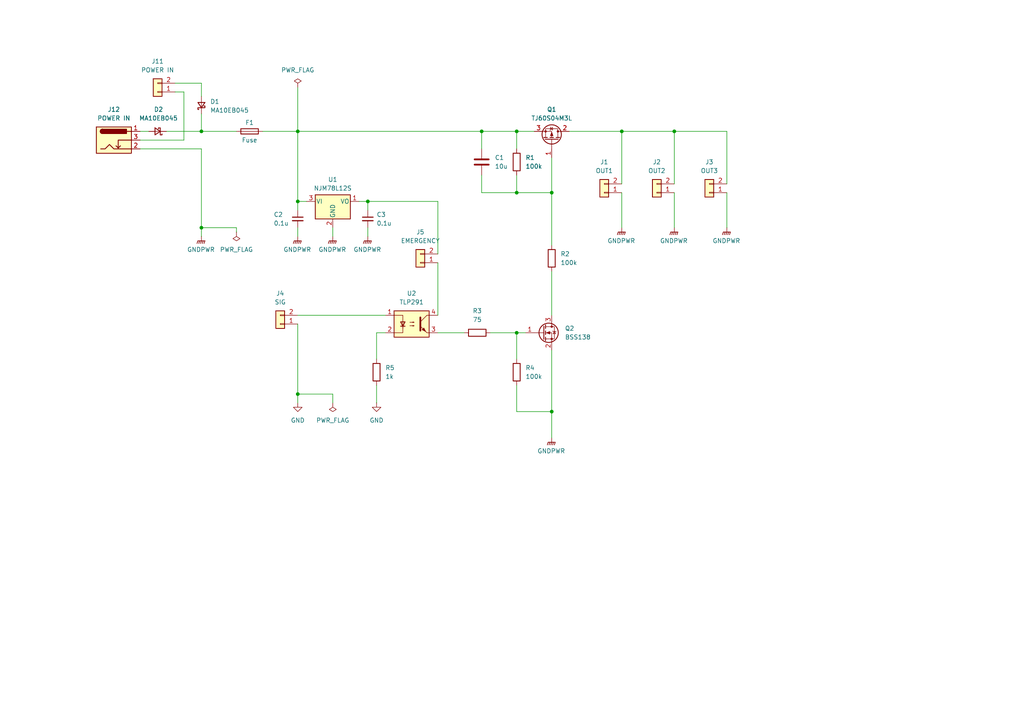
<source format=kicad_sch>
(kicad_sch (version 20231120) (generator "eeschema") (generator_version "8.0")
  (paper "A4")
  (lib_symbols
    (symbol "Connector:Barrel_Jack_Switch" (pin_names hide)
      (property "Reference" "J" (at 0 5.334 0))
      (property "Value" "Barrel_Jack_Switch" (at 0 -5.08 0))
      (symbol "Barrel_Jack_Switch_0_1"
        (rectangle (start -5.08 3.81) (end 5.08 -3.81) (stroke (width 0.254)) (fill (type background)))
        (arc (start -3.302 3.175) (mid -3.9343 2.54) (end -3.302 1.905) (stroke (width 0.254)))
        (arc (start -3.302 3.175) (mid -3.9343 2.54) (end -3.302 1.905) (stroke (width 0.254)) (fill (type outline)))
        (polyline (pts (xy 1.27 -2.286) (xy 1.905 -1.651)) (stroke (width 0.254)))
        (polyline (pts (xy 5.08 2.54) (xy 3.81 2.54)) (stroke (width 0.254)))
        (polyline (pts (xy 5.08 0) (xy 1.27 0) (xy 1.27 -2.286) (xy 0.635 -1.651)) (stroke (width 0.254)))
        (polyline (pts (xy -3.81 -2.54) (xy -2.54 -2.54) (xy -1.27 -1.27) (xy 0 -2.54) (xy 2.54 -2.54) (xy 5.08 -2.54)) (stroke (width 0.254)))
        (rectangle (start 3.683 3.175) (end -3.302 1.905) (stroke (width 0.254)) (fill (type outline)))
      )
      (symbol "Barrel_Jack_Switch_1_1"
        (pin passive line (at 7.62 2.54 180) (length 2.54) (name "~") (number "1"))
        (pin passive line (at 7.62 -2.54 180) (length 2.54) (name "~") (number "2"))
        (pin passive line (at 7.62 0 180) (length 2.54) (name "~") (number "3"))
      )
    )
    (symbol "Connector_Generic:Conn_01x02" (pin_names (offset 1.016) hide)
      (property "Reference" "J" (at 0 2.54 0))
      (property "Value" "Conn_01x02" (at 0 -5.08 0))
      (symbol "Conn_01x02_1_1"
        (rectangle (start -1.27 -2.413) (end 0 -2.667) (stroke (width 0.1524)))
        (rectangle (start -1.27 0.127) (end 0 -0.127) (stroke (width 0.1524)))
        (rectangle (start -1.27 1.27) (end 1.27 -3.81) (stroke (width 0.254)) (fill (type background)))
        (pin passive line (at -5.08 0 0) (length 3.81) (name "Pin_1") (number "1"))
        (pin passive line (at -5.08 -2.54 0) (length 3.81) (name "Pin_2") (number "2"))
      )
    )
    (symbol "Device:C" (pin_numbers hide) (pin_names (offset 0.254))
      (property "Reference" "C" (at 0.635 2.54 0))
      (property "Value" "C" (at 0.635 -2.54 0))
      (symbol "C_0_1"
        (polyline (pts (xy -2.032 -0.762) (xy 2.032 -0.762)) (stroke (width 0.508)))
        (polyline (pts (xy -2.032 0.762) (xy 2.032 0.762)) (stroke (width 0.508)))
      )
      (symbol "C_1_1"
        (pin passive line (at 0 3.81 270) (length 2.794) (name "~") (number "1"))
        (pin passive line (at 0 -3.81 90) (length 2.794) (name "~") (number "2"))
      )
    )
    (symbol "Device:C_Small" (pin_numbers hide) (pin_names (offset 0.254) hide)
      (property "Reference" "C" (at 0.254 1.778 0))
      (property "Value" "C_Small" (at 0.254 -2.032 0))
      (symbol "C_Small_0_1"
        (polyline (pts (xy -1.524 -0.508) (xy 1.524 -0.508)) (stroke (width 0.3302)))
        (polyline (pts (xy -1.524 0.508) (xy 1.524 0.508)) (stroke (width 0.3048)))
      )
      (symbol "C_Small_1_1"
        (pin passive line (at 0 2.54 270) (length 2.032) (name "~") (number "1"))
        (pin passive line (at 0 -2.54 90) (length 2.032) (name "~") (number "2"))
      )
    )
    (symbol "Device:D_Schottky_Small" (pin_numbers hide) (pin_names (offset 0.254) hide)
      (property "Reference" "D" (at -1.27 2.032 0))
      (property "Value" "D_Schottky_Small" (at -7.112 -2.032 0))
      (symbol "D_Schottky_Small_0_1"
        (polyline (pts (xy -0.762 0) (xy 0.762 0)))
        (polyline (pts (xy 0.762 -1.016) (xy -0.762 0) (xy 0.762 1.016) (xy 0.762 -1.016)) (stroke (width 0.254)))
        (polyline (pts (xy -1.27 0.762) (xy -1.27 1.016) (xy -0.762 1.016) (xy -0.762 -1.016) (xy -0.254 -1.016) (xy -0.254 -0.762)) (stroke (width 0.254)))
      )
      (symbol "D_Schottky_Small_1_1"
        (pin passive line (at -2.54 0 0) (length 1.778) (name "K") (number "1"))
        (pin passive line (at 2.54 0 180) (length 1.778) (name "A") (number "2"))
      )
    )
    (symbol "Device:Fuse" (pin_numbers hide) (pin_names (offset 0))
      (property "Reference" "F" (at 2.032 0 90))
      (property "Value" "Fuse" (at -1.905 0 90))
      (symbol "Fuse_0_1"
        (rectangle (start -0.762 -2.54) (end 0.762 2.54) (stroke (width 0.254)))
        (polyline (pts (xy 0 2.54) (xy 0 -2.54)))
      )
      (symbol "Fuse_1_1"
        (pin passive line (at 0 3.81 270) (length 1.27) (name "~") (number "1"))
        (pin passive line (at 0 -3.81 90) (length 1.27) (name "~") (number "2"))
      )
    )
    (symbol "Device:Q_NMOS_GSD" (pin_names (offset 0) hide)
      (property "Reference" "Q" (at 5.08 1.27 0))
      (property "Value" "Q_NMOS_GSD" (at 5.08 -1.27 0))
      (symbol "Q_NMOS_GSD_0_1"
        (polyline (pts (xy 0.254 0) (xy -2.54 0)))
        (polyline (pts (xy 0.254 1.905) (xy 0.254 -1.905)) (stroke (width 0.254)))
        (polyline (pts (xy 0.762 -1.27) (xy 0.762 -2.286)) (stroke (width 0.254)))
        (polyline (pts (xy 0.762 0.508) (xy 0.762 -0.508)) (stroke (width 0.254)))
        (polyline (pts (xy 0.762 2.286) (xy 0.762 1.27)) (stroke (width 0.254)))
        (polyline (pts (xy 2.54 2.54) (xy 2.54 1.778)))
        (polyline (pts (xy 2.54 -2.54) (xy 2.54 0) (xy 0.762 0)))
        (polyline (pts (xy 0.762 -1.778) (xy 3.302 -1.778) (xy 3.302 1.778) (xy 0.762 1.778)))
        (polyline (pts (xy 1.016 0) (xy 2.032 0.381) (xy 2.032 -0.381) (xy 1.016 0)) (fill (type outline)))
        (polyline (pts (xy 2.794 0.508) (xy 2.921 0.381) (xy 3.683 0.381) (xy 3.81 0.254)))
        (polyline (pts (xy 3.302 0.381) (xy 2.921 -0.254) (xy 3.683 -0.254) (xy 3.302 0.381)))
        (circle (center 1.651 0) (radius 2.794) (stroke (width 0.254)))
        (circle (center 2.54 -1.778) (radius 0.254) (fill (type outline)))
        (circle (center 2.54 1.778) (radius 0.254) (fill (type outline)))
      )
      (symbol "Q_NMOS_GSD_1_1"
        (pin input line (at -5.08 0 0) (length 2.54) (name "G") (number "1"))
        (pin passive line (at 2.54 -5.08 90) (length 2.54) (name "S") (number "2"))
        (pin passive line (at 2.54 5.08 270) (length 2.54) (name "D") (number "3"))
      )
    )
    (symbol "Device:Q_PMOS_GDS" (pin_names (offset 0) hide)
      (property "Reference" "Q" (at 5.08 1.27 0))
      (property "Value" "Q_PMOS_GDS" (at 5.08 -1.27 0))
      (symbol "Q_PMOS_GDS_0_1"
        (polyline (pts (xy 0.254 0) (xy -2.54 0)))
        (polyline (pts (xy 0.254 1.905) (xy 0.254 -1.905)) (stroke (width 0.254)))
        (polyline (pts (xy 0.762 -1.27) (xy 0.762 -2.286)) (stroke (width 0.254)))
        (polyline (pts (xy 0.762 0.508) (xy 0.762 -0.508)) (stroke (width 0.254)))
        (polyline (pts (xy 0.762 2.286) (xy 0.762 1.27)) (stroke (width 0.254)))
        (polyline (pts (xy 2.54 2.54) (xy 2.54 1.778)))
        (polyline (pts (xy 2.54 -2.54) (xy 2.54 0) (xy 0.762 0)))
        (polyline (pts (xy 0.762 1.778) (xy 3.302 1.778) (xy 3.302 -1.778) (xy 0.762 -1.778)))
        (polyline (pts (xy 2.286 0) (xy 1.27 0.381) (xy 1.27 -0.381) (xy 2.286 0)) (fill (type outline)))
        (polyline (pts (xy 2.794 -0.508) (xy 2.921 -0.381) (xy 3.683 -0.381) (xy 3.81 -0.254)))
        (polyline (pts (xy 3.302 -0.381) (xy 2.921 0.254) (xy 3.683 0.254) (xy 3.302 -0.381)))
        (circle (center 1.651 0) (radius 2.794) (stroke (width 0.254)))
        (circle (center 2.54 -1.778) (radius 0.254) (fill (type outline)))
        (circle (center 2.54 1.778) (radius 0.254) (fill (type outline)))
      )
      (symbol "Q_PMOS_GDS_1_1"
        (pin input line (at -5.08 0 0) (length 2.54) (name "G") (number "1"))
        (pin passive line (at 2.54 5.08 270) (length 2.54) (name "D") (number "2"))
        (pin passive line (at 2.54 -5.08 90) (length 2.54) (name "S") (number "3"))
      )
    )
    (symbol "Device:R" (pin_numbers hide) (pin_names (offset 0))
      (property "Reference" "R" (at 2.032 0 90))
      (property "Value" "R" (at 0 0 90))
      (symbol "R_0_1"
        (rectangle (start -1.016 -2.54) (end 1.016 2.54) (stroke (width 0.254)))
      )
      (symbol "R_1_1"
        (pin passive line (at 0 3.81 270) (length 1.27) (name "~") (number "1"))
        (pin passive line (at 0 -3.81 90) (length 1.27) (name "~") (number "2"))
      )
    )
    (symbol "Isolator:TLP785" (pin_names (offset 1.016))
      (property "Reference" "U" (at -5.08 5.08 0))
      (property "Value" "TLP785" (at 0 5.08 0))
      (symbol "TLP785_0_1"
        (rectangle (start -5.08 3.81) (end 5.08 -3.81) (stroke (width 0.254)) (fill (type background)))
        (polyline (pts (xy -3.175 -0.635) (xy -1.905 -0.635)) (stroke (width 0.254)))
        (polyline (pts (xy 2.54 0.635) (xy 4.445 2.54)))
        (polyline (pts (xy 4.445 -2.54) (xy 2.54 -0.635)) (fill (type outline)))
        (polyline (pts (xy 4.445 -2.54) (xy 5.08 -2.54)))
        (polyline (pts (xy 4.445 2.54) (xy 5.08 2.54)))
        (polyline (pts (xy -2.54 -0.635) (xy -2.54 -2.54) (xy -5.08 -2.54)))
        (polyline (pts (xy 2.54 1.905) (xy 2.54 -1.905) (xy 2.54 -1.905)) (stroke (width 0.508)))
        (polyline (pts (xy -5.08 2.54) (xy -2.54 2.54) (xy -2.54 -1.27) (xy -2.54 0.635)))
        (polyline (pts (xy -2.54 -0.635) (xy -3.175 0.635) (xy -1.905 0.635) (xy -2.54 -0.635)) (stroke (width 0.254)))
        (polyline (pts (xy -0.508 -0.508) (xy 0.762 -0.508) (xy 0.381 -0.635) (xy 0.381 -0.381) (xy 0.762 -0.508)))
        (polyline (pts (xy -0.508 0.508) (xy 0.762 0.508) (xy 0.381 0.381) (xy 0.381 0.635) (xy 0.762 0.508)))
        (polyline (pts (xy 3.048 -1.651) (xy 3.556 -1.143) (xy 4.064 -2.159) (xy 3.048 -1.651) (xy 3.048 -1.651)) (fill (type outline)))
      )
      (symbol "TLP785_1_1"
        (pin passive line (at -7.62 2.54 0) (length 2.54) (name "~") (number "1"))
        (pin passive line (at -7.62 -2.54 0) (length 2.54) (name "~") (number "2"))
        (pin passive line (at 7.62 -2.54 180) (length 2.54) (name "~") (number "3"))
        (pin passive line (at 7.62 2.54 180) (length 2.54) (name "~") (number "4"))
      )
    )
    (symbol "Regulator_Linear:LM7812_TO220" (pin_names (offset 0.254))
      (property "Reference" "U1" (at 0 6.35 0))
      (property "Value" "NJM78L12S" (at 0 3.81 0))
      (symbol "LM7812_TO220_0_1"
        (rectangle (start -5.08 1.905) (end 5.08 -5.08) (stroke (width 0.254)) (fill (type background)))
      )
      (symbol "LM7812_TO220_1_1"
        (pin power_out line (at 7.62 0 180) (length 2.54) (name "VO") (number "1"))
        (pin power_in line (at 0 -7.62 90) (length 2.54) (name "GND") (number "2"))
        (pin power_in line (at -7.62 0 0) (length 2.54) (name "VI") (number "3"))
      )
    )
    (symbol "power:GND" (power) (pin_numbers hide) (pin_names (offset 0) hide)
      (property "Value" "GND" (at 0 -3.81 0))
      (symbol "GND_0_1"
        (polyline (pts (xy 0 0) (xy 0 -1.27) (xy 1.27 -1.27) (xy 0 -2.54) (xy -1.27 -1.27) (xy 0 -1.27)))
      )
      (symbol "GND_1_1"
        (pin power_in line (at 0 0 270) (length 0) (name "~") (number "1"))
      )
    )
    (symbol "power:GNDPWR" (power) (pin_numbers hide) (pin_names (offset 0) hide)
      (property "Value" "GNDPWR" (at 0 -3.302 0))
      (symbol "GNDPWR_0_1"
        (polyline (pts (xy 0 -1.27) (xy 0 0)))
        (polyline (pts (xy -1.016 -1.27) (xy -1.27 -2.032) (xy -1.27 -2.032)) (stroke (width 0.2032)))
        (polyline (pts (xy -0.508 -1.27) (xy -0.762 -2.032) (xy -0.762 -2.032)) (stroke (width 0.2032)))
        (polyline (pts (xy 0 -1.27) (xy -0.254 -2.032) (xy -0.254 -2.032)) (stroke (width 0.2032)))
        (polyline (pts (xy 0.508 -1.27) (xy 0.254 -2.032) (xy 0.254 -2.032)) (stroke (width 0.2032)))
        (polyline (pts (xy 1.016 -1.27) (xy -1.016 -1.27) (xy -1.016 -1.27)) (stroke (width 0.2032)))
        (polyline (pts (xy 1.016 -1.27) (xy 0.762 -2.032) (xy 0.762 -2.032) (xy 0.762 -2.032)) (stroke (width 0.2032)))
      )
      (symbol "GNDPWR_1_1"
        (pin power_in line (at 0 0 270) (length 0) (name "~") (number "1"))
      )
    )
    (symbol "power:PWR_FLAG" (power) (pin_numbers hide) (pin_names (offset 0) hide)
      (property "Value" "PWR_FLAG" (at 0 3.81 0))
      (symbol "PWR_FLAG_0_0"
        (pin power_out line (at 0 0 90) (length 0) (name "~") (number "1"))
      )
      (symbol "PWR_FLAG_0_1"
        (polyline (pts (xy 0 0) (xy 0 1.27) (xy -1.016 1.905) (xy 0 2.54) (xy 1.016 1.905) (xy 0 1.27)))
      )
    )
  )
  (junction (at 195.58 38.1))
  (junction (at 149.86 55.88))
  (junction (at 86.36 114.3))
  (junction (at 149.86 38.1))
  (junction (at 106.68 58.42))
  (junction (at 160.02 119.38))
  (junction (at 149.86 96.52))
  (junction (at 180.34 38.1))
  (junction (at 58.42 66.04))
  (junction (at 160.02 55.88))
  (junction (at 86.36 38.1))
  (junction (at 86.36 58.42))
  (junction (at 139.7 38.1))
  (junction (at 58.42 38.1))
  (wire (pts (xy 165.1 38.1) (xy 180.34 38.1)))
  (wire (pts (xy 86.36 114.3) (xy 86.36 116.84)))
  (wire (pts (xy 58.42 24.13) (xy 58.42 27.94)))
  (wire (pts (xy 180.34 38.1) (xy 180.34 53.34)))
  (wire (pts (xy 139.7 50.8) (xy 139.7 55.88)))
  (wire (pts (xy 86.36 66.04) (xy 86.36 68.58)))
  (wire (pts (xy 195.58 38.1) (xy 180.34 38.1)))
  (wire (pts (xy 86.36 38.1) (xy 86.36 58.42)))
  (wire (pts (xy 180.34 55.88) (xy 180.34 66.04)))
  (wire (pts (xy 86.36 25.4) (xy 86.36 38.1)))
  (wire (pts (xy 195.58 55.88) (xy 195.58 66.04)))
  (wire (pts (xy 127 96.52) (xy 134.62 96.52)))
  (wire (pts (xy 58.42 43.18) (xy 58.42 66.04)))
  (wire (pts (xy 86.36 58.42) (xy 86.36 60.96)))
  (wire (pts (xy 96.52 66.04) (xy 96.52 68.58)))
  (wire (pts (xy 139.7 38.1) (xy 139.7 43.18)))
  (wire (pts (xy 149.86 38.1) (xy 149.86 43.18)))
  (wire (pts (xy 160.02 45.72) (xy 160.02 55.88)))
  (wire (pts (xy 50.8 24.13) (xy 58.42 24.13)))
  (wire (pts (xy 127 76.2) (xy 127 91.44)))
  (wire (pts (xy 142.24 96.52) (xy 149.86 96.52)))
  (wire (pts (xy 58.42 66.04) (xy 58.42 68.58)))
  (wire (pts (xy 109.22 96.52) (xy 109.22 104.14)))
  (wire (pts (xy 40.64 38.1) (xy 43.18 38.1)))
  (wire (pts (xy 149.86 38.1) (xy 154.94 38.1)))
  (wire (pts (xy 76.2 38.1) (xy 86.36 38.1)))
  (wire (pts (xy 58.42 33.02) (xy 58.42 38.1)))
  (wire (pts (xy 53.34 26.67) (xy 50.8 26.67)))
  (wire (pts (xy 86.36 91.44) (xy 111.76 91.44)))
  (wire (pts (xy 210.82 38.1) (xy 195.58 38.1)))
  (wire (pts (xy 149.86 96.52) (xy 149.86 104.14)))
  (wire (pts (xy 127 73.66) (xy 127 58.42)))
  (wire (pts (xy 40.64 40.64) (xy 53.34 40.64)))
  (wire (pts (xy 88.9 58.42) (xy 86.36 58.42)))
  (wire (pts (xy 109.22 111.76) (xy 109.22 116.84)))
  (wire (pts (xy 160.02 78.74) (xy 160.02 91.44)))
  (wire (pts (xy 149.86 50.8) (xy 149.86 55.88)))
  (wire (pts (xy 210.82 53.34) (xy 210.82 38.1)))
  (wire (pts (xy 160.02 119.38) (xy 160.02 127)))
  (wire (pts (xy 53.34 40.64) (xy 53.34 26.67)))
  (wire (pts (xy 86.36 93.98) (xy 86.36 114.3)))
  (wire (pts (xy 160.02 55.88) (xy 160.02 71.12)))
  (wire (pts (xy 111.76 96.52) (xy 109.22 96.52)))
  (wire (pts (xy 149.86 55.88) (xy 160.02 55.88)))
  (wire (pts (xy 68.58 66.04) (xy 58.42 66.04)))
  (wire (pts (xy 195.58 53.34) (xy 195.58 38.1)))
  (wire (pts (xy 86.36 38.1) (xy 139.7 38.1)))
  (wire (pts (xy 40.64 43.18) (xy 58.42 43.18)))
  (wire (pts (xy 106.68 58.42) (xy 104.14 58.42)))
  (wire (pts (xy 106.68 60.96) (xy 106.68 58.42)))
  (wire (pts (xy 139.7 55.88) (xy 149.86 55.88)))
  (wire (pts (xy 106.68 58.42) (xy 127 58.42)))
  (wire (pts (xy 149.86 111.76) (xy 149.86 119.38)))
  (wire (pts (xy 58.42 38.1) (xy 68.58 38.1)))
  (wire (pts (xy 48.26 38.1) (xy 58.42 38.1)))
  (wire (pts (xy 68.58 67.31) (xy 68.58 66.04)))
  (wire (pts (xy 152.4 96.52) (xy 149.86 96.52)))
  (wire (pts (xy 106.68 66.04) (xy 106.68 68.58)))
  (wire (pts (xy 139.7 38.1) (xy 149.86 38.1)))
  (wire (pts (xy 210.82 55.88) (xy 210.82 66.04)))
  (wire (pts (xy 86.36 114.3) (xy 96.52 114.3)))
  (wire (pts (xy 149.86 119.38) (xy 160.02 119.38)))
  (wire (pts (xy 160.02 101.6) (xy 160.02 119.38)))
  (wire (pts (xy 96.52 116.84) (xy 96.52 114.3)))
  (symbol (lib_id "Connector_Generic:Conn_01x02") (at 190.5 55.88 180) (unit 1)
    (property "Reference" "J2" (at 190.5 46.99 0))
    (property "Value" "OUT2" (at 190.5 49.53 0))
    (property "Footprint" "Connector_AMASS:AMASS_XT60-F_1x02_P7.20mm_Vertical" (effects (hide yes)))
    (property "Description" "Generic connector, single row, 01x02, script generated (kicad-library-utils/schlib/autogen/connector/)" (effects (hide yes)))
  )
  (symbol (lib_id "Device:R") (at 138.43 96.52 90) (unit 1)
    (property "Reference" "R3" (at 138.43 90.17 90))
    (property "Value" "75" (at 138.43 92.71 90))
    (property "Footprint" "Resistor_SMD:R_1206_3216Metric_Pad1.30x1.75mm_HandSolder" (effects (hide yes)))
    (property "Description" "Resistor" (effects (hide yes)))
  )
  (symbol (lib_id "power:PWR_FLAG") (at 68.58 67.31 180) (unit 1)
    (property "Reference" "#FLG02" (effects (hide yes)))
    (property "Value" "PWR_FLAG" (at 68.58 72.39 0))
    (property "Description" "Special symbol for telling ERC where power comes from" (effects (hide yes)))
  )
  (symbol (lib_id "power:GNDPWR") (at 96.52 68.58 0) (unit 1)
    (property "Reference" "#PWR05" (effects (hide yes)))
    (property "Value" "GNDPWR" (at 96.393 72.39 0))
    (property "Description" "Power symbol creates a global label with name \"GNDPWR\" , global ground" (effects (hide yes)))
  )
  (symbol (lib_id "Connector:Barrel_Jack_Switch") (at 33.02 40.64 0) (unit 1)
    (property "Reference" "J12" (at 33.02 31.75 0))
    (property "Value" "POWER IN" (at 33.02 34.29 0))
    (property "Footprint" "Connector_BarrelJack:BarrelJack_Horizontal" (effects (hide yes)))
    (property "Description" "DC Barrel Jack with an internal switch" (effects (hide yes)))
  )
  (symbol (lib_id "Connector_Generic:Conn_01x02") (at 81.28 93.98 180) (unit 1)
    (property "Reference" "J4" (at 81.28 85.09 0))
    (property "Value" "SIG" (at 81.28 87.63 0))
    (property "Footprint" "Connector_JST:JST_XH_B2B-XH-A_1x02_P2.50mm_Vertical" (effects (hide yes)))
    (property "Description" "Generic connector, single row, 01x02, script generated (kicad-library-utils/schlib/autogen/connector/)" (effects (hide yes)))
  )
  (symbol (lib_id "power:GND") (at 109.22 116.84 0) (unit 1)
    (property "Reference" "#PWR08" (effects (hide yes)))
    (property "Value" "GND" (at 109.22 121.92 0))
    (property "Description" "Power symbol creates a global label with name \"GND\" , ground" (effects (hide yes)))
  )
  (symbol (lib_id "power:GNDPWR") (at 210.82 66.04 0) (unit 1)
    (property "Reference" "#PWR03" (effects (hide yes)))
    (property "Value" "GNDPWR" (at 210.693 69.85 0))
    (property "Description" "Power symbol creates a global label with name \"GNDPWR\" , global ground" (effects (hide yes)))
  )
  (symbol (lib_id "Device:Q_NMOS_GSD") (at 157.48 96.52 0) (unit 1)
    (property "Reference" "Q2" (at 163.83 95.25 0) (effects (justify left)))
    (property "Value" "BSS138" (at 163.83 97.79 0) (effects (justify left)))
    (property "Footprint" "Package_TO_SOT_SMD:SOT-23" (effects (hide yes)))
    (property "Description" "N-MOSFET transistor, gate/source/drain" (effects (hide yes)))
  )
  (symbol (lib_id "Device:R") (at 149.86 107.95 0) (unit 1)
    (property "Reference" "R4" (at 152.4 106.68 0) (effects (justify left)))
    (property "Value" "100k" (at 152.4 109.22 0) (effects (justify left)))
    (property "Footprint" "Resistor_SMD:R_0603_1608Metric_Pad0.98x0.95mm_HandSolder" (effects (hide yes)))
    (property "Description" "Resistor" (effects (hide yes)))
  )
  (symbol (lib_id "power:GNDPWR") (at 160.02 127 0) (unit 1)
    (property "Reference" "#PWR04" (effects (hide yes)))
    (property "Value" "GNDPWR" (at 159.893 130.81 0))
    (property "Description" "Power symbol creates a global label with name \"GNDPWR\" , global ground" (effects (hide yes)))
  )
  (symbol (lib_id "power:GND") (at 86.36 116.84 0) (unit 1)
    (property "Reference" "#PWR09" (effects (hide yes)))
    (property "Value" "GND" (at 86.36 121.92 0))
    (property "Description" "Power symbol creates a global label with name \"GND\" , ground" (effects (hide yes)))
  )
  (symbol (lib_id "Device:D_Schottky_Small") (at 45.72 38.1 180) (unit 1)
    (property "Reference" "D2" (at 45.974 31.75 0))
    (property "Value" "MA10EB045" (at 45.974 34.29 0))
    (property "Footprint" "Diode_SMD:Vishay_SMPA" (effects (hide yes)))
    (property "Description" "Schottky diode, small symbol" (effects (hide yes)))
  )
  (symbol (lib_id "Isolator:TLP785") (at 119.38 93.98 0) (unit 1)
    (property "Reference" "U2" (at 119.38 85.09 0))
    (property "Value" "TLP291" (at 119.38 87.63 0))
    (property "Footprint" "Package_SO:SSOP-4_4.4x2.6mm_P1.27mm" (effects (hide yes)))
    (property "Datasheet" "https://toshiba.semicon-storage.com/info/docget.jsp?did=10569&prodName=TLP785" (effects (hide yes)))
    (property "Description" "DC Optocoupler, Vce 80V, CTR 50-200%, DIP4" (effects (hide yes)))
  )
  (symbol (lib_id "Connector_Generic:Conn_01x02") (at 121.92 76.2 180) (unit 1)
    (property "Reference" "J5" (at 121.92 67.31 0))
    (property "Value" "EMERGENCY" (at 121.92 69.85 0))
    (property "Footprint" "Connector_JST:JST_XH_B2B-XH-A_1x02_P2.50mm_Vertical" (effects (hide yes)))
    (property "Description" "Generic connector, single row, 01x02, script generated (kicad-library-utils/schlib/autogen/connector/)" (effects (hide yes)))
  )
  (symbol (lib_id "power:GNDPWR") (at 58.42 68.58 0) (unit 1)
    (property "Reference" "#PWR010" (effects (hide yes)))
    (property "Value" "GNDPWR" (at 58.293 72.39 0))
    (property "Description" "Power symbol creates a global label with name \"GNDPWR\" , global ground" (effects (hide yes)))
  )
  (symbol (lib_id "power:PWR_FLAG") (at 86.36 25.4 0) (unit 1)
    (property "Reference" "#FLG03" (effects (hide yes)))
    (property "Value" "PWR_FLAG" (at 86.36 20.32 0))
    (property "Description" "Special symbol for telling ERC where power comes from" (effects (hide yes)))
  )
  (symbol (lib_id "power:GNDPWR") (at 106.68 68.58 0) (unit 1)
    (property "Reference" "#PWR07" (effects (hide yes)))
    (property "Value" "GNDPWR" (at 106.553 72.39 0))
    (property "Description" "Power symbol creates a global label with name \"GNDPWR\" , global ground" (effects (hide yes)))
  )
  (symbol (lib_id "Device:C_Small") (at 106.68 63.5 0) (unit 1)
    (property "Reference" "C3" (at 109.22 62.2362 0) (effects (justify left)))
    (property "Value" "0.1u" (at 109.22 64.7762 0) (effects (justify left)))
    (property "Footprint" "Capacitor_SMD:C_0603_1608Metric_Pad1.08x0.95mm_HandSolder" (effects (hide yes)))
    (property "Description" "Unpolarized capacitor, small symbol" (effects (hide yes)))
  )
  (symbol (lib_id "power:GNDPWR") (at 86.36 68.58 0) (unit 1)
    (property "Reference" "#PWR06" (effects (hide yes)))
    (property "Value" "GNDPWR" (at 86.233 72.39 0))
    (property "Description" "Power symbol creates a global label with name \"GNDPWR\" , global ground" (effects (hide yes)))
  )
  (symbol (lib_id "Device:C_Small") (at 86.36 63.5 0) (unit 1)
    (property "Reference" "C2" (at 79.375 62.23 0) (effects (justify left)))
    (property "Value" "0.1u" (at 79.375 64.77 0) (effects (justify left)))
    (property "Footprint" "Capacitor_SMD:C_0603_1608Metric_Pad1.08x0.95mm_HandSolder" (effects (hide yes)))
    (property "Description" "Unpolarized capacitor, small symbol" (effects (hide yes)))
  )
  (symbol (lib_id "Device:Fuse") (at 72.39 38.1 90) (unit 1)
    (property "Reference" "F1" (at 72.39 35.56 90))
    (property "Value" "Fuse" (at 72.39 40.64 90))
    (property "Footprint" "core2025_board_ems:Fuse_Holder" (effects (hide yes)))
    (property "Description" "Fuse" (effects (hide yes)))
  )
  (symbol (lib_id "power:PWR_FLAG") (at 96.52 116.84 180) (unit 1)
    (property "Reference" "#FLG01" (effects (hide yes)))
    (property "Value" "PWR_FLAG" (at 96.52 121.92 0))
    (property "Description" "Special symbol for telling ERC where power comes from" (effects (hide yes)))
  )
  (symbol (lib_id "Device:R") (at 160.02 74.93 0) (unit 1)
    (property "Reference" "R2" (at 162.56 73.66 0) (effects (justify left)))
    (property "Value" "100k" (at 162.56 76.2 0) (effects (justify left)))
    (property "Footprint" "Resistor_SMD:R_0603_1608Metric_Pad0.98x0.95mm_HandSolder" (effects (hide yes)))
    (property "Description" "Resistor" (effects (hide yes)))
  )
  (symbol (lib_id "Connector_Generic:Conn_01x02") (at 205.74 55.88 180) (unit 1)
    (property "Reference" "J3" (at 205.74 46.99 0))
    (property "Value" "OUT3" (at 205.74 49.53 0))
    (property "Footprint" "Connector_AMASS:AMASS_XT60-F_1x02_P7.20mm_Vertical" (effects (hide yes)))
    (property "Description" "Generic connector, single row, 01x02, script generated (kicad-library-utils/schlib/autogen/connector/)" (effects (hide yes)))
  )
  (symbol (lib_id "Device:Q_PMOS_GDS") (at 160.02 40.64 270) (mirror x) (unit 1)
    (property "Reference" "Q1" (at 160.02 31.75 90))
    (property "Value" "TJ60S04M3L" (at 160.02 34.29 90))
    (property "Footprint" "Package_TO_SOT_SMD:TO-252-3_TabPin2" (effects (hide yes)))
    (property "Description" "P-MOSFET transistor, gate/drain/source" (effects (hide yes)))
  )
  (symbol (lib_id "Device:R") (at 109.22 107.95 0) (unit 1)
    (property "Reference" "R5" (at 111.76 106.6799 0) (effects (justify left)))
    (property "Value" "1k" (at 111.76 109.2199 0) (effects (justify left)))
    (property "Footprint" "Resistor_SMD:R_0603_1608Metric_Pad0.98x0.95mm_HandSolder" (effects (hide yes)))
    (property "Description" "Resistor" (effects (hide yes)))
  )
  (symbol (lib_id "Device:R") (at 149.86 46.99 0) (unit 1)
    (property "Reference" "R1" (at 152.4 45.72 0) (effects (justify left)))
    (property "Value" "100k" (at 152.4 48.26 0) (effects (justify left)))
    (property "Footprint" "Resistor_SMD:R_0603_1608Metric_Pad0.98x0.95mm_HandSolder" (effects (hide yes)))
    (property "Description" "Resistor" (effects (hide yes)))
  )
  (symbol (lib_id "Connector_Generic:Conn_01x02") (at 175.26 55.88 180) (unit 1)
    (property "Reference" "J1" (at 175.26 46.99 0))
    (property "Value" "OUT1" (at 175.26 49.53 0))
    (property "Footprint" "Connector_AMASS:AMASS_XT60-F_1x02_P7.20mm_Vertical" (effects (hide yes)))
    (property "Description" "Generic connector, single row, 01x02, script generated (kicad-library-utils/schlib/autogen/connector/)" (effects (hide yes)))
  )
  (symbol (lib_id "Connector_Generic:Conn_01x02") (at 45.72 26.67 180) (unit 1)
    (property "Reference" "J11" (at 45.72 17.78 0))
    (property "Value" "POWER IN" (at 45.72 20.32 0))
    (property "Footprint" "Connector_AMASS:AMASS_XT60-M_1x02_P7.20mm_Vertical" (effects (hide yes)))
    (property "Description" "Generic connector, single row, 01x02, script generated (kicad-library-utils/schlib/autogen/connector/)" (effects (hide yes)))
  )
  (symbol (lib_id "Device:D_Schottky_Small") (at 58.42 30.48 90) (unit 1)
    (property "Reference" "D1" (at 60.96 29.4639 90) (effects (justify right)))
    (property "Value" "MA10EB045" (at 60.96 32.0039 90) (effects (justify right)))
    (property "Footprint" "Diode_SMD:Vishay_SMPA" (effects (hide yes)))
    (property "Description" "Schottky diode, small symbol" (effects (hide yes)))
  )
  (symbol (lib_id "Device:C") (at 139.7 46.99 0) (unit 1)
    (property "Reference" "C1" (at 143.51 45.7199 0) (effects (justify left)))
    (property "Value" "10u" (at 143.51 48.2599 0) (effects (justify left)))
    (property "Footprint" "Capacitor_SMD:C_0603_1608Metric_Pad1.08x0.95mm_HandSolder" (effects (hide yes)))
    (property "Description" "Unpolarized capacitor" (effects (hide yes)))
  )
  (symbol (lib_id "Regulator_Linear:LM7812_TO220") (at 96.52 58.42 0) (unit 1)
    (property "Reference" "U1" (at 96.52 52.07 0))
    (property "Value" "NJM78L12S" (at 96.52 54.61 0))
    (property "Footprint" "Package_TO_SOT_SMD:SOT-89-3_Handsoldering" (effects (hide yes)))
    (property "Datasheet" "https://www.onsemi.cn/PowerSolutions/document/MC7800-D.PDF" (effects (hide yes)))
    (property "Description" "Positive 1A 35V Linear Regulator, Fixed Output 12V, TO-220" (effects (hide yes)))
  )
  (symbol (lib_id "power:GNDPWR") (at 180.34 66.04 0) (unit 1)
    (property "Reference" "#PWR01" (effects (hide yes)))
    (property "Value" "GNDPWR" (at 180.213 69.85 0))
    (property "Description" "Power symbol creates a global label with name \"GNDPWR\" , global ground" (effects (hide yes)))
  )
  (symbol (lib_id "power:GNDPWR") (at 195.58 66.04 0) (unit 1)
    (property "Reference" "#PWR02" (effects (hide yes)))
    (property "Value" "GNDPWR" (at 195.453 69.85 0))
    (property "Description" "Power symbol creates a global label with name \"GNDPWR\" , global ground" (effects (hide yes)))
  )
)
</source>
